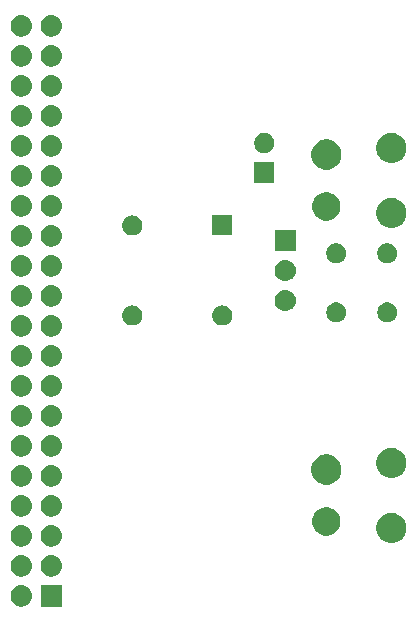
<source format=gbs>
G04 #@! TF.GenerationSoftware,KiCad,Pcbnew,(5.1.2)-2*
G04 #@! TF.CreationDate,2019-12-17T18:16:02+09:00*
G04 #@! TF.ProjectId,simplecodec3,73696d70-6c65-4636-9f64-6563332e6b69,rev?*
G04 #@! TF.SameCoordinates,Original*
G04 #@! TF.FileFunction,Soldermask,Bot*
G04 #@! TF.FilePolarity,Negative*
%FSLAX46Y46*%
G04 Gerber Fmt 4.6, Leading zero omitted, Abs format (unit mm)*
G04 Created by KiCad (PCBNEW (5.1.2)-2) date 2019-12-17 18:16:02*
%MOMM*%
%LPD*%
G04 APERTURE LIST*
%ADD10C,0.100000*%
G04 APERTURE END LIST*
D10*
G36*
X52336000Y-77736000D02*
G01*
X50534000Y-77736000D01*
X50534000Y-75934000D01*
X52336000Y-75934000D01*
X52336000Y-77736000D01*
X52336000Y-77736000D01*
G37*
G36*
X49005442Y-75940518D02*
G01*
X49071627Y-75947037D01*
X49241466Y-75998557D01*
X49397991Y-76082222D01*
X49433729Y-76111552D01*
X49535186Y-76194814D01*
X49618448Y-76296271D01*
X49647778Y-76332009D01*
X49731443Y-76488534D01*
X49782963Y-76658373D01*
X49800359Y-76835000D01*
X49782963Y-77011627D01*
X49731443Y-77181466D01*
X49647778Y-77337991D01*
X49618448Y-77373729D01*
X49535186Y-77475186D01*
X49433729Y-77558448D01*
X49397991Y-77587778D01*
X49241466Y-77671443D01*
X49071627Y-77722963D01*
X49005443Y-77729481D01*
X48939260Y-77736000D01*
X48850740Y-77736000D01*
X48784557Y-77729481D01*
X48718373Y-77722963D01*
X48548534Y-77671443D01*
X48392009Y-77587778D01*
X48356271Y-77558448D01*
X48254814Y-77475186D01*
X48171552Y-77373729D01*
X48142222Y-77337991D01*
X48058557Y-77181466D01*
X48007037Y-77011627D01*
X47989641Y-76835000D01*
X48007037Y-76658373D01*
X48058557Y-76488534D01*
X48142222Y-76332009D01*
X48171552Y-76296271D01*
X48254814Y-76194814D01*
X48356271Y-76111552D01*
X48392009Y-76082222D01*
X48548534Y-75998557D01*
X48718373Y-75947037D01*
X48784558Y-75940518D01*
X48850740Y-75934000D01*
X48939260Y-75934000D01*
X49005442Y-75940518D01*
X49005442Y-75940518D01*
G37*
G36*
X49005443Y-73400519D02*
G01*
X49071627Y-73407037D01*
X49241466Y-73458557D01*
X49397991Y-73542222D01*
X49433729Y-73571552D01*
X49535186Y-73654814D01*
X49618448Y-73756271D01*
X49647778Y-73792009D01*
X49731443Y-73948534D01*
X49782963Y-74118373D01*
X49800359Y-74295000D01*
X49782963Y-74471627D01*
X49731443Y-74641466D01*
X49647778Y-74797991D01*
X49618448Y-74833729D01*
X49535186Y-74935186D01*
X49433729Y-75018448D01*
X49397991Y-75047778D01*
X49241466Y-75131443D01*
X49071627Y-75182963D01*
X49005442Y-75189482D01*
X48939260Y-75196000D01*
X48850740Y-75196000D01*
X48784558Y-75189482D01*
X48718373Y-75182963D01*
X48548534Y-75131443D01*
X48392009Y-75047778D01*
X48356271Y-75018448D01*
X48254814Y-74935186D01*
X48171552Y-74833729D01*
X48142222Y-74797991D01*
X48058557Y-74641466D01*
X48007037Y-74471627D01*
X47989641Y-74295000D01*
X48007037Y-74118373D01*
X48058557Y-73948534D01*
X48142222Y-73792009D01*
X48171552Y-73756271D01*
X48254814Y-73654814D01*
X48356271Y-73571552D01*
X48392009Y-73542222D01*
X48548534Y-73458557D01*
X48718373Y-73407037D01*
X48784557Y-73400519D01*
X48850740Y-73394000D01*
X48939260Y-73394000D01*
X49005443Y-73400519D01*
X49005443Y-73400519D01*
G37*
G36*
X51545443Y-73400519D02*
G01*
X51611627Y-73407037D01*
X51781466Y-73458557D01*
X51937991Y-73542222D01*
X51973729Y-73571552D01*
X52075186Y-73654814D01*
X52158448Y-73756271D01*
X52187778Y-73792009D01*
X52271443Y-73948534D01*
X52322963Y-74118373D01*
X52340359Y-74295000D01*
X52322963Y-74471627D01*
X52271443Y-74641466D01*
X52187778Y-74797991D01*
X52158448Y-74833729D01*
X52075186Y-74935186D01*
X51973729Y-75018448D01*
X51937991Y-75047778D01*
X51781466Y-75131443D01*
X51611627Y-75182963D01*
X51545442Y-75189482D01*
X51479260Y-75196000D01*
X51390740Y-75196000D01*
X51324558Y-75189482D01*
X51258373Y-75182963D01*
X51088534Y-75131443D01*
X50932009Y-75047778D01*
X50896271Y-75018448D01*
X50794814Y-74935186D01*
X50711552Y-74833729D01*
X50682222Y-74797991D01*
X50598557Y-74641466D01*
X50547037Y-74471627D01*
X50529641Y-74295000D01*
X50547037Y-74118373D01*
X50598557Y-73948534D01*
X50682222Y-73792009D01*
X50711552Y-73756271D01*
X50794814Y-73654814D01*
X50896271Y-73571552D01*
X50932009Y-73542222D01*
X51088534Y-73458557D01*
X51258373Y-73407037D01*
X51324557Y-73400519D01*
X51390740Y-73394000D01*
X51479260Y-73394000D01*
X51545443Y-73400519D01*
X51545443Y-73400519D01*
G37*
G36*
X49005442Y-70860518D02*
G01*
X49071627Y-70867037D01*
X49241466Y-70918557D01*
X49397991Y-71002222D01*
X49433729Y-71031552D01*
X49535186Y-71114814D01*
X49618448Y-71216271D01*
X49647778Y-71252009D01*
X49731443Y-71408534D01*
X49782963Y-71578373D01*
X49800359Y-71755000D01*
X49782963Y-71931627D01*
X49731443Y-72101466D01*
X49647778Y-72257991D01*
X49618448Y-72293729D01*
X49535186Y-72395186D01*
X49433729Y-72478448D01*
X49397991Y-72507778D01*
X49241466Y-72591443D01*
X49071627Y-72642963D01*
X49005443Y-72649481D01*
X48939260Y-72656000D01*
X48850740Y-72656000D01*
X48784557Y-72649481D01*
X48718373Y-72642963D01*
X48548534Y-72591443D01*
X48392009Y-72507778D01*
X48356271Y-72478448D01*
X48254814Y-72395186D01*
X48171552Y-72293729D01*
X48142222Y-72257991D01*
X48058557Y-72101466D01*
X48007037Y-71931627D01*
X47989641Y-71755000D01*
X48007037Y-71578373D01*
X48058557Y-71408534D01*
X48142222Y-71252009D01*
X48171552Y-71216271D01*
X48254814Y-71114814D01*
X48356271Y-71031552D01*
X48392009Y-71002222D01*
X48548534Y-70918557D01*
X48718373Y-70867037D01*
X48784558Y-70860518D01*
X48850740Y-70854000D01*
X48939260Y-70854000D01*
X49005442Y-70860518D01*
X49005442Y-70860518D01*
G37*
G36*
X51545442Y-70860518D02*
G01*
X51611627Y-70867037D01*
X51781466Y-70918557D01*
X51937991Y-71002222D01*
X51973729Y-71031552D01*
X52075186Y-71114814D01*
X52158448Y-71216271D01*
X52187778Y-71252009D01*
X52271443Y-71408534D01*
X52322963Y-71578373D01*
X52340359Y-71755000D01*
X52322963Y-71931627D01*
X52271443Y-72101466D01*
X52187778Y-72257991D01*
X52158448Y-72293729D01*
X52075186Y-72395186D01*
X51973729Y-72478448D01*
X51937991Y-72507778D01*
X51781466Y-72591443D01*
X51611627Y-72642963D01*
X51545443Y-72649481D01*
X51479260Y-72656000D01*
X51390740Y-72656000D01*
X51324557Y-72649481D01*
X51258373Y-72642963D01*
X51088534Y-72591443D01*
X50932009Y-72507778D01*
X50896271Y-72478448D01*
X50794814Y-72395186D01*
X50711552Y-72293729D01*
X50682222Y-72257991D01*
X50598557Y-72101466D01*
X50547037Y-71931627D01*
X50529641Y-71755000D01*
X50547037Y-71578373D01*
X50598557Y-71408534D01*
X50682222Y-71252009D01*
X50711552Y-71216271D01*
X50794814Y-71114814D01*
X50896271Y-71031552D01*
X50932009Y-71002222D01*
X51088534Y-70918557D01*
X51258373Y-70867037D01*
X51324558Y-70860518D01*
X51390740Y-70854000D01*
X51479260Y-70854000D01*
X51545442Y-70860518D01*
X51545442Y-70860518D01*
G37*
G36*
X80597194Y-69849035D02*
G01*
X80693382Y-69888878D01*
X80829413Y-69945223D01*
X81038403Y-70084866D01*
X81216134Y-70262597D01*
X81355777Y-70471587D01*
X81412122Y-70607618D01*
X81451965Y-70703806D01*
X81501000Y-70950324D01*
X81501000Y-71201676D01*
X81451965Y-71448194D01*
X81412122Y-71544382D01*
X81355777Y-71680413D01*
X81216134Y-71889403D01*
X81038403Y-72067134D01*
X80829413Y-72206777D01*
X80705775Y-72257989D01*
X80597194Y-72302965D01*
X80350676Y-72352000D01*
X80099324Y-72352000D01*
X79852806Y-72302965D01*
X79744225Y-72257989D01*
X79620587Y-72206777D01*
X79411597Y-72067134D01*
X79233866Y-71889403D01*
X79094223Y-71680413D01*
X79037878Y-71544382D01*
X78998035Y-71448194D01*
X78949000Y-71201676D01*
X78949000Y-70950324D01*
X78998035Y-70703806D01*
X79037878Y-70607618D01*
X79094223Y-70471587D01*
X79233866Y-70262597D01*
X79411597Y-70084866D01*
X79620587Y-69945223D01*
X79756618Y-69888878D01*
X79852806Y-69849035D01*
X80099324Y-69800000D01*
X80350676Y-69800000D01*
X80597194Y-69849035D01*
X80597194Y-69849035D01*
G37*
G36*
X75075318Y-69371153D02*
G01*
X75293885Y-69461687D01*
X75293887Y-69461688D01*
X75490593Y-69593122D01*
X75657878Y-69760407D01*
X75781367Y-69945223D01*
X75789313Y-69957115D01*
X75879847Y-70175682D01*
X75926000Y-70407710D01*
X75926000Y-70644290D01*
X75879847Y-70876318D01*
X75789313Y-71094885D01*
X75789312Y-71094887D01*
X75657878Y-71291593D01*
X75490593Y-71458878D01*
X75293887Y-71590312D01*
X75293886Y-71590313D01*
X75293885Y-71590313D01*
X75075318Y-71680847D01*
X74843290Y-71727000D01*
X74606710Y-71727000D01*
X74374682Y-71680847D01*
X74156115Y-71590313D01*
X74156114Y-71590313D01*
X74156113Y-71590312D01*
X73959407Y-71458878D01*
X73792122Y-71291593D01*
X73660688Y-71094887D01*
X73660687Y-71094885D01*
X73570153Y-70876318D01*
X73524000Y-70644290D01*
X73524000Y-70407710D01*
X73570153Y-70175682D01*
X73660687Y-69957115D01*
X73668633Y-69945223D01*
X73792122Y-69760407D01*
X73959407Y-69593122D01*
X74156113Y-69461688D01*
X74156115Y-69461687D01*
X74374682Y-69371153D01*
X74606710Y-69325000D01*
X74843290Y-69325000D01*
X75075318Y-69371153D01*
X75075318Y-69371153D01*
G37*
G36*
X51545442Y-68320518D02*
G01*
X51611627Y-68327037D01*
X51781466Y-68378557D01*
X51937991Y-68462222D01*
X51973729Y-68491552D01*
X52075186Y-68574814D01*
X52158448Y-68676271D01*
X52187778Y-68712009D01*
X52271443Y-68868534D01*
X52322963Y-69038373D01*
X52340359Y-69215000D01*
X52322963Y-69391627D01*
X52271443Y-69561466D01*
X52187778Y-69717991D01*
X52158448Y-69753729D01*
X52075186Y-69855186D01*
X51973729Y-69938448D01*
X51937991Y-69967778D01*
X51781466Y-70051443D01*
X51611627Y-70102963D01*
X51545442Y-70109482D01*
X51479260Y-70116000D01*
X51390740Y-70116000D01*
X51324558Y-70109482D01*
X51258373Y-70102963D01*
X51088534Y-70051443D01*
X50932009Y-69967778D01*
X50896271Y-69938448D01*
X50794814Y-69855186D01*
X50711552Y-69753729D01*
X50682222Y-69717991D01*
X50598557Y-69561466D01*
X50547037Y-69391627D01*
X50529641Y-69215000D01*
X50547037Y-69038373D01*
X50598557Y-68868534D01*
X50682222Y-68712009D01*
X50711552Y-68676271D01*
X50794814Y-68574814D01*
X50896271Y-68491552D01*
X50932009Y-68462222D01*
X51088534Y-68378557D01*
X51258373Y-68327037D01*
X51324558Y-68320518D01*
X51390740Y-68314000D01*
X51479260Y-68314000D01*
X51545442Y-68320518D01*
X51545442Y-68320518D01*
G37*
G36*
X49005442Y-68320518D02*
G01*
X49071627Y-68327037D01*
X49241466Y-68378557D01*
X49397991Y-68462222D01*
X49433729Y-68491552D01*
X49535186Y-68574814D01*
X49618448Y-68676271D01*
X49647778Y-68712009D01*
X49731443Y-68868534D01*
X49782963Y-69038373D01*
X49800359Y-69215000D01*
X49782963Y-69391627D01*
X49731443Y-69561466D01*
X49647778Y-69717991D01*
X49618448Y-69753729D01*
X49535186Y-69855186D01*
X49433729Y-69938448D01*
X49397991Y-69967778D01*
X49241466Y-70051443D01*
X49071627Y-70102963D01*
X49005442Y-70109482D01*
X48939260Y-70116000D01*
X48850740Y-70116000D01*
X48784558Y-70109482D01*
X48718373Y-70102963D01*
X48548534Y-70051443D01*
X48392009Y-69967778D01*
X48356271Y-69938448D01*
X48254814Y-69855186D01*
X48171552Y-69753729D01*
X48142222Y-69717991D01*
X48058557Y-69561466D01*
X48007037Y-69391627D01*
X47989641Y-69215000D01*
X48007037Y-69038373D01*
X48058557Y-68868534D01*
X48142222Y-68712009D01*
X48171552Y-68676271D01*
X48254814Y-68574814D01*
X48356271Y-68491552D01*
X48392009Y-68462222D01*
X48548534Y-68378557D01*
X48718373Y-68327037D01*
X48784558Y-68320518D01*
X48850740Y-68314000D01*
X48939260Y-68314000D01*
X49005442Y-68320518D01*
X49005442Y-68320518D01*
G37*
G36*
X51545443Y-65780519D02*
G01*
X51611627Y-65787037D01*
X51781466Y-65838557D01*
X51937991Y-65922222D01*
X51969638Y-65948194D01*
X52075186Y-66034814D01*
X52158448Y-66136271D01*
X52187778Y-66172009D01*
X52271443Y-66328534D01*
X52322963Y-66498373D01*
X52340359Y-66675000D01*
X52322963Y-66851627D01*
X52271443Y-67021466D01*
X52187778Y-67177991D01*
X52158448Y-67213729D01*
X52075186Y-67315186D01*
X51973729Y-67398448D01*
X51937991Y-67427778D01*
X51781466Y-67511443D01*
X51611627Y-67562963D01*
X51545443Y-67569481D01*
X51479260Y-67576000D01*
X51390740Y-67576000D01*
X51324557Y-67569481D01*
X51258373Y-67562963D01*
X51088534Y-67511443D01*
X50932009Y-67427778D01*
X50896271Y-67398448D01*
X50794814Y-67315186D01*
X50711552Y-67213729D01*
X50682222Y-67177991D01*
X50598557Y-67021466D01*
X50547037Y-66851627D01*
X50529641Y-66675000D01*
X50547037Y-66498373D01*
X50598557Y-66328534D01*
X50682222Y-66172009D01*
X50711552Y-66136271D01*
X50794814Y-66034814D01*
X50900362Y-65948194D01*
X50932009Y-65922222D01*
X51088534Y-65838557D01*
X51258373Y-65787037D01*
X51324557Y-65780519D01*
X51390740Y-65774000D01*
X51479260Y-65774000D01*
X51545443Y-65780519D01*
X51545443Y-65780519D01*
G37*
G36*
X49005443Y-65780519D02*
G01*
X49071627Y-65787037D01*
X49241466Y-65838557D01*
X49397991Y-65922222D01*
X49429638Y-65948194D01*
X49535186Y-66034814D01*
X49618448Y-66136271D01*
X49647778Y-66172009D01*
X49731443Y-66328534D01*
X49782963Y-66498373D01*
X49800359Y-66675000D01*
X49782963Y-66851627D01*
X49731443Y-67021466D01*
X49647778Y-67177991D01*
X49618448Y-67213729D01*
X49535186Y-67315186D01*
X49433729Y-67398448D01*
X49397991Y-67427778D01*
X49241466Y-67511443D01*
X49071627Y-67562963D01*
X49005443Y-67569481D01*
X48939260Y-67576000D01*
X48850740Y-67576000D01*
X48784557Y-67569481D01*
X48718373Y-67562963D01*
X48548534Y-67511443D01*
X48392009Y-67427778D01*
X48356271Y-67398448D01*
X48254814Y-67315186D01*
X48171552Y-67213729D01*
X48142222Y-67177991D01*
X48058557Y-67021466D01*
X48007037Y-66851627D01*
X47989641Y-66675000D01*
X48007037Y-66498373D01*
X48058557Y-66328534D01*
X48142222Y-66172009D01*
X48171552Y-66136271D01*
X48254814Y-66034814D01*
X48360362Y-65948194D01*
X48392009Y-65922222D01*
X48548534Y-65838557D01*
X48718373Y-65787037D01*
X48784557Y-65780519D01*
X48850740Y-65774000D01*
X48939260Y-65774000D01*
X49005443Y-65780519D01*
X49005443Y-65780519D01*
G37*
G36*
X75097194Y-64899035D02*
G01*
X75193382Y-64938878D01*
X75329413Y-64995223D01*
X75538403Y-65134866D01*
X75716134Y-65312597D01*
X75855777Y-65521587D01*
X75912122Y-65657618D01*
X75951965Y-65753806D01*
X76001000Y-66000324D01*
X76001000Y-66251676D01*
X75951965Y-66498194D01*
X75923409Y-66567134D01*
X75855777Y-66730413D01*
X75716134Y-66939403D01*
X75538403Y-67117134D01*
X75329413Y-67256777D01*
X75193382Y-67313122D01*
X75097194Y-67352965D01*
X74850676Y-67402000D01*
X74599324Y-67402000D01*
X74352806Y-67352965D01*
X74256618Y-67313122D01*
X74120587Y-67256777D01*
X73911597Y-67117134D01*
X73733866Y-66939403D01*
X73594223Y-66730413D01*
X73526591Y-66567134D01*
X73498035Y-66498194D01*
X73449000Y-66251676D01*
X73449000Y-66000324D01*
X73498035Y-65753806D01*
X73537878Y-65657618D01*
X73594223Y-65521587D01*
X73733866Y-65312597D01*
X73911597Y-65134866D01*
X74120587Y-64995223D01*
X74256618Y-64938878D01*
X74352806Y-64899035D01*
X74599324Y-64850000D01*
X74850676Y-64850000D01*
X75097194Y-64899035D01*
X75097194Y-64899035D01*
G37*
G36*
X80597194Y-64349035D02*
G01*
X80693382Y-64388878D01*
X80829413Y-64445223D01*
X81038403Y-64584866D01*
X81216134Y-64762597D01*
X81355777Y-64971587D01*
X81412122Y-65107618D01*
X81451965Y-65203806D01*
X81501000Y-65450324D01*
X81501000Y-65701676D01*
X81451965Y-65948194D01*
X81416086Y-66034814D01*
X81355777Y-66180413D01*
X81216134Y-66389403D01*
X81038403Y-66567134D01*
X80829413Y-66706777D01*
X80693382Y-66763122D01*
X80597194Y-66802965D01*
X80350676Y-66852000D01*
X80099324Y-66852000D01*
X79852806Y-66802965D01*
X79756618Y-66763122D01*
X79620587Y-66706777D01*
X79411597Y-66567134D01*
X79233866Y-66389403D01*
X79094223Y-66180413D01*
X79033914Y-66034814D01*
X78998035Y-65948194D01*
X78949000Y-65701676D01*
X78949000Y-65450324D01*
X78998035Y-65203806D01*
X79037878Y-65107618D01*
X79094223Y-64971587D01*
X79233866Y-64762597D01*
X79411597Y-64584866D01*
X79620587Y-64445223D01*
X79756618Y-64388878D01*
X79852806Y-64349035D01*
X80099324Y-64300000D01*
X80350676Y-64300000D01*
X80597194Y-64349035D01*
X80597194Y-64349035D01*
G37*
G36*
X51545443Y-63240519D02*
G01*
X51611627Y-63247037D01*
X51781466Y-63298557D01*
X51937991Y-63382222D01*
X51973729Y-63411552D01*
X52075186Y-63494814D01*
X52158448Y-63596271D01*
X52187778Y-63632009D01*
X52271443Y-63788534D01*
X52322963Y-63958373D01*
X52340359Y-64135000D01*
X52322963Y-64311627D01*
X52271443Y-64481466D01*
X52187778Y-64637991D01*
X52158448Y-64673729D01*
X52075186Y-64775186D01*
X51973729Y-64858448D01*
X51937991Y-64887778D01*
X51781466Y-64971443D01*
X51611627Y-65022963D01*
X51545442Y-65029482D01*
X51479260Y-65036000D01*
X51390740Y-65036000D01*
X51324558Y-65029482D01*
X51258373Y-65022963D01*
X51088534Y-64971443D01*
X50932009Y-64887778D01*
X50896271Y-64858448D01*
X50794814Y-64775186D01*
X50711552Y-64673729D01*
X50682222Y-64637991D01*
X50598557Y-64481466D01*
X50547037Y-64311627D01*
X50529641Y-64135000D01*
X50547037Y-63958373D01*
X50598557Y-63788534D01*
X50682222Y-63632009D01*
X50711552Y-63596271D01*
X50794814Y-63494814D01*
X50896271Y-63411552D01*
X50932009Y-63382222D01*
X51088534Y-63298557D01*
X51258373Y-63247037D01*
X51324557Y-63240519D01*
X51390740Y-63234000D01*
X51479260Y-63234000D01*
X51545443Y-63240519D01*
X51545443Y-63240519D01*
G37*
G36*
X49005443Y-63240519D02*
G01*
X49071627Y-63247037D01*
X49241466Y-63298557D01*
X49397991Y-63382222D01*
X49433729Y-63411552D01*
X49535186Y-63494814D01*
X49618448Y-63596271D01*
X49647778Y-63632009D01*
X49731443Y-63788534D01*
X49782963Y-63958373D01*
X49800359Y-64135000D01*
X49782963Y-64311627D01*
X49731443Y-64481466D01*
X49647778Y-64637991D01*
X49618448Y-64673729D01*
X49535186Y-64775186D01*
X49433729Y-64858448D01*
X49397991Y-64887778D01*
X49241466Y-64971443D01*
X49071627Y-65022963D01*
X49005442Y-65029482D01*
X48939260Y-65036000D01*
X48850740Y-65036000D01*
X48784558Y-65029482D01*
X48718373Y-65022963D01*
X48548534Y-64971443D01*
X48392009Y-64887778D01*
X48356271Y-64858448D01*
X48254814Y-64775186D01*
X48171552Y-64673729D01*
X48142222Y-64637991D01*
X48058557Y-64481466D01*
X48007037Y-64311627D01*
X47989641Y-64135000D01*
X48007037Y-63958373D01*
X48058557Y-63788534D01*
X48142222Y-63632009D01*
X48171552Y-63596271D01*
X48254814Y-63494814D01*
X48356271Y-63411552D01*
X48392009Y-63382222D01*
X48548534Y-63298557D01*
X48718373Y-63247037D01*
X48784557Y-63240519D01*
X48850740Y-63234000D01*
X48939260Y-63234000D01*
X49005443Y-63240519D01*
X49005443Y-63240519D01*
G37*
G36*
X51545443Y-60700519D02*
G01*
X51611627Y-60707037D01*
X51781466Y-60758557D01*
X51937991Y-60842222D01*
X51973729Y-60871552D01*
X52075186Y-60954814D01*
X52158448Y-61056271D01*
X52187778Y-61092009D01*
X52271443Y-61248534D01*
X52322963Y-61418373D01*
X52340359Y-61595000D01*
X52322963Y-61771627D01*
X52271443Y-61941466D01*
X52187778Y-62097991D01*
X52158448Y-62133729D01*
X52075186Y-62235186D01*
X51973729Y-62318448D01*
X51937991Y-62347778D01*
X51781466Y-62431443D01*
X51611627Y-62482963D01*
X51545443Y-62489481D01*
X51479260Y-62496000D01*
X51390740Y-62496000D01*
X51324557Y-62489481D01*
X51258373Y-62482963D01*
X51088534Y-62431443D01*
X50932009Y-62347778D01*
X50896271Y-62318448D01*
X50794814Y-62235186D01*
X50711552Y-62133729D01*
X50682222Y-62097991D01*
X50598557Y-61941466D01*
X50547037Y-61771627D01*
X50529641Y-61595000D01*
X50547037Y-61418373D01*
X50598557Y-61248534D01*
X50682222Y-61092009D01*
X50711552Y-61056271D01*
X50794814Y-60954814D01*
X50896271Y-60871552D01*
X50932009Y-60842222D01*
X51088534Y-60758557D01*
X51258373Y-60707037D01*
X51324557Y-60700519D01*
X51390740Y-60694000D01*
X51479260Y-60694000D01*
X51545443Y-60700519D01*
X51545443Y-60700519D01*
G37*
G36*
X49005443Y-60700519D02*
G01*
X49071627Y-60707037D01*
X49241466Y-60758557D01*
X49397991Y-60842222D01*
X49433729Y-60871552D01*
X49535186Y-60954814D01*
X49618448Y-61056271D01*
X49647778Y-61092009D01*
X49731443Y-61248534D01*
X49782963Y-61418373D01*
X49800359Y-61595000D01*
X49782963Y-61771627D01*
X49731443Y-61941466D01*
X49647778Y-62097991D01*
X49618448Y-62133729D01*
X49535186Y-62235186D01*
X49433729Y-62318448D01*
X49397991Y-62347778D01*
X49241466Y-62431443D01*
X49071627Y-62482963D01*
X49005443Y-62489481D01*
X48939260Y-62496000D01*
X48850740Y-62496000D01*
X48784557Y-62489481D01*
X48718373Y-62482963D01*
X48548534Y-62431443D01*
X48392009Y-62347778D01*
X48356271Y-62318448D01*
X48254814Y-62235186D01*
X48171552Y-62133729D01*
X48142222Y-62097991D01*
X48058557Y-61941466D01*
X48007037Y-61771627D01*
X47989641Y-61595000D01*
X48007037Y-61418373D01*
X48058557Y-61248534D01*
X48142222Y-61092009D01*
X48171552Y-61056271D01*
X48254814Y-60954814D01*
X48356271Y-60871552D01*
X48392009Y-60842222D01*
X48548534Y-60758557D01*
X48718373Y-60707037D01*
X48784557Y-60700519D01*
X48850740Y-60694000D01*
X48939260Y-60694000D01*
X49005443Y-60700519D01*
X49005443Y-60700519D01*
G37*
G36*
X51545442Y-58160518D02*
G01*
X51611627Y-58167037D01*
X51781466Y-58218557D01*
X51937991Y-58302222D01*
X51973729Y-58331552D01*
X52075186Y-58414814D01*
X52158448Y-58516271D01*
X52187778Y-58552009D01*
X52271443Y-58708534D01*
X52322963Y-58878373D01*
X52340359Y-59055000D01*
X52322963Y-59231627D01*
X52271443Y-59401466D01*
X52187778Y-59557991D01*
X52158448Y-59593729D01*
X52075186Y-59695186D01*
X51973729Y-59778448D01*
X51937991Y-59807778D01*
X51781466Y-59891443D01*
X51611627Y-59942963D01*
X51545442Y-59949482D01*
X51479260Y-59956000D01*
X51390740Y-59956000D01*
X51324558Y-59949482D01*
X51258373Y-59942963D01*
X51088534Y-59891443D01*
X50932009Y-59807778D01*
X50896271Y-59778448D01*
X50794814Y-59695186D01*
X50711552Y-59593729D01*
X50682222Y-59557991D01*
X50598557Y-59401466D01*
X50547037Y-59231627D01*
X50529641Y-59055000D01*
X50547037Y-58878373D01*
X50598557Y-58708534D01*
X50682222Y-58552009D01*
X50711552Y-58516271D01*
X50794814Y-58414814D01*
X50896271Y-58331552D01*
X50932009Y-58302222D01*
X51088534Y-58218557D01*
X51258373Y-58167037D01*
X51324558Y-58160518D01*
X51390740Y-58154000D01*
X51479260Y-58154000D01*
X51545442Y-58160518D01*
X51545442Y-58160518D01*
G37*
G36*
X49005442Y-58160518D02*
G01*
X49071627Y-58167037D01*
X49241466Y-58218557D01*
X49397991Y-58302222D01*
X49433729Y-58331552D01*
X49535186Y-58414814D01*
X49618448Y-58516271D01*
X49647778Y-58552009D01*
X49731443Y-58708534D01*
X49782963Y-58878373D01*
X49800359Y-59055000D01*
X49782963Y-59231627D01*
X49731443Y-59401466D01*
X49647778Y-59557991D01*
X49618448Y-59593729D01*
X49535186Y-59695186D01*
X49433729Y-59778448D01*
X49397991Y-59807778D01*
X49241466Y-59891443D01*
X49071627Y-59942963D01*
X49005442Y-59949482D01*
X48939260Y-59956000D01*
X48850740Y-59956000D01*
X48784558Y-59949482D01*
X48718373Y-59942963D01*
X48548534Y-59891443D01*
X48392009Y-59807778D01*
X48356271Y-59778448D01*
X48254814Y-59695186D01*
X48171552Y-59593729D01*
X48142222Y-59557991D01*
X48058557Y-59401466D01*
X48007037Y-59231627D01*
X47989641Y-59055000D01*
X48007037Y-58878373D01*
X48058557Y-58708534D01*
X48142222Y-58552009D01*
X48171552Y-58516271D01*
X48254814Y-58414814D01*
X48356271Y-58331552D01*
X48392009Y-58302222D01*
X48548534Y-58218557D01*
X48718373Y-58167037D01*
X48784558Y-58160518D01*
X48850740Y-58154000D01*
X48939260Y-58154000D01*
X49005442Y-58160518D01*
X49005442Y-58160518D01*
G37*
G36*
X51545443Y-55620519D02*
G01*
X51611627Y-55627037D01*
X51781466Y-55678557D01*
X51937991Y-55762222D01*
X51973729Y-55791552D01*
X52075186Y-55874814D01*
X52158448Y-55976271D01*
X52187778Y-56012009D01*
X52271443Y-56168534D01*
X52322963Y-56338373D01*
X52340359Y-56515000D01*
X52322963Y-56691627D01*
X52271443Y-56861466D01*
X52187778Y-57017991D01*
X52158448Y-57053729D01*
X52075186Y-57155186D01*
X51973729Y-57238448D01*
X51937991Y-57267778D01*
X51781466Y-57351443D01*
X51611627Y-57402963D01*
X51545443Y-57409481D01*
X51479260Y-57416000D01*
X51390740Y-57416000D01*
X51324557Y-57409481D01*
X51258373Y-57402963D01*
X51088534Y-57351443D01*
X50932009Y-57267778D01*
X50896271Y-57238448D01*
X50794814Y-57155186D01*
X50711552Y-57053729D01*
X50682222Y-57017991D01*
X50598557Y-56861466D01*
X50547037Y-56691627D01*
X50529641Y-56515000D01*
X50547037Y-56338373D01*
X50598557Y-56168534D01*
X50682222Y-56012009D01*
X50711552Y-55976271D01*
X50794814Y-55874814D01*
X50896271Y-55791552D01*
X50932009Y-55762222D01*
X51088534Y-55678557D01*
X51258373Y-55627037D01*
X51324557Y-55620519D01*
X51390740Y-55614000D01*
X51479260Y-55614000D01*
X51545443Y-55620519D01*
X51545443Y-55620519D01*
G37*
G36*
X49005443Y-55620519D02*
G01*
X49071627Y-55627037D01*
X49241466Y-55678557D01*
X49397991Y-55762222D01*
X49433729Y-55791552D01*
X49535186Y-55874814D01*
X49618448Y-55976271D01*
X49647778Y-56012009D01*
X49731443Y-56168534D01*
X49782963Y-56338373D01*
X49800359Y-56515000D01*
X49782963Y-56691627D01*
X49731443Y-56861466D01*
X49647778Y-57017991D01*
X49618448Y-57053729D01*
X49535186Y-57155186D01*
X49433729Y-57238448D01*
X49397991Y-57267778D01*
X49241466Y-57351443D01*
X49071627Y-57402963D01*
X49005443Y-57409481D01*
X48939260Y-57416000D01*
X48850740Y-57416000D01*
X48784557Y-57409481D01*
X48718373Y-57402963D01*
X48548534Y-57351443D01*
X48392009Y-57267778D01*
X48356271Y-57238448D01*
X48254814Y-57155186D01*
X48171552Y-57053729D01*
X48142222Y-57017991D01*
X48058557Y-56861466D01*
X48007037Y-56691627D01*
X47989641Y-56515000D01*
X48007037Y-56338373D01*
X48058557Y-56168534D01*
X48142222Y-56012009D01*
X48171552Y-55976271D01*
X48254814Y-55874814D01*
X48356271Y-55791552D01*
X48392009Y-55762222D01*
X48548534Y-55678557D01*
X48718373Y-55627037D01*
X48784557Y-55620519D01*
X48850740Y-55614000D01*
X48939260Y-55614000D01*
X49005443Y-55620519D01*
X49005443Y-55620519D01*
G37*
G36*
X51542493Y-53080228D02*
G01*
X51611627Y-53087037D01*
X51781466Y-53138557D01*
X51937991Y-53222222D01*
X51973729Y-53251552D01*
X52075186Y-53334814D01*
X52139549Y-53413242D01*
X52187778Y-53472009D01*
X52271443Y-53628534D01*
X52322963Y-53798373D01*
X52340359Y-53975000D01*
X52322963Y-54151627D01*
X52271443Y-54321466D01*
X52187778Y-54477991D01*
X52158448Y-54513729D01*
X52075186Y-54615186D01*
X51973729Y-54698448D01*
X51937991Y-54727778D01*
X51781466Y-54811443D01*
X51611627Y-54862963D01*
X51545443Y-54869481D01*
X51479260Y-54876000D01*
X51390740Y-54876000D01*
X51324557Y-54869481D01*
X51258373Y-54862963D01*
X51088534Y-54811443D01*
X50932009Y-54727778D01*
X50896271Y-54698448D01*
X50794814Y-54615186D01*
X50711552Y-54513729D01*
X50682222Y-54477991D01*
X50598557Y-54321466D01*
X50547037Y-54151627D01*
X50529641Y-53975000D01*
X50547037Y-53798373D01*
X50598557Y-53628534D01*
X50682222Y-53472009D01*
X50730451Y-53413242D01*
X50794814Y-53334814D01*
X50896271Y-53251552D01*
X50932009Y-53222222D01*
X51088534Y-53138557D01*
X51258373Y-53087037D01*
X51327507Y-53080228D01*
X51390740Y-53074000D01*
X51479260Y-53074000D01*
X51542493Y-53080228D01*
X51542493Y-53080228D01*
G37*
G36*
X49002493Y-53080228D02*
G01*
X49071627Y-53087037D01*
X49241466Y-53138557D01*
X49397991Y-53222222D01*
X49433729Y-53251552D01*
X49535186Y-53334814D01*
X49599549Y-53413242D01*
X49647778Y-53472009D01*
X49731443Y-53628534D01*
X49782963Y-53798373D01*
X49800359Y-53975000D01*
X49782963Y-54151627D01*
X49731443Y-54321466D01*
X49647778Y-54477991D01*
X49618448Y-54513729D01*
X49535186Y-54615186D01*
X49433729Y-54698448D01*
X49397991Y-54727778D01*
X49241466Y-54811443D01*
X49071627Y-54862963D01*
X49005443Y-54869481D01*
X48939260Y-54876000D01*
X48850740Y-54876000D01*
X48784557Y-54869481D01*
X48718373Y-54862963D01*
X48548534Y-54811443D01*
X48392009Y-54727778D01*
X48356271Y-54698448D01*
X48254814Y-54615186D01*
X48171552Y-54513729D01*
X48142222Y-54477991D01*
X48058557Y-54321466D01*
X48007037Y-54151627D01*
X47989641Y-53975000D01*
X48007037Y-53798373D01*
X48058557Y-53628534D01*
X48142222Y-53472009D01*
X48190451Y-53413242D01*
X48254814Y-53334814D01*
X48356271Y-53251552D01*
X48392009Y-53222222D01*
X48548534Y-53138557D01*
X48718373Y-53087037D01*
X48787507Y-53080228D01*
X48850740Y-53074000D01*
X48939260Y-53074000D01*
X49002493Y-53080228D01*
X49002493Y-53080228D01*
G37*
G36*
X58459823Y-52247313D02*
G01*
X58620242Y-52295976D01*
X58752906Y-52366886D01*
X58768078Y-52374996D01*
X58897659Y-52481341D01*
X59004004Y-52610922D01*
X59004005Y-52610924D01*
X59083024Y-52758758D01*
X59131687Y-52919177D01*
X59148117Y-53086000D01*
X59131687Y-53252823D01*
X59083024Y-53413242D01*
X59051612Y-53472009D01*
X59004004Y-53561078D01*
X58897659Y-53690659D01*
X58768078Y-53797004D01*
X58768076Y-53797005D01*
X58620242Y-53876024D01*
X58459823Y-53924687D01*
X58334804Y-53937000D01*
X58251196Y-53937000D01*
X58126177Y-53924687D01*
X57965758Y-53876024D01*
X57817924Y-53797005D01*
X57817922Y-53797004D01*
X57688341Y-53690659D01*
X57581996Y-53561078D01*
X57534388Y-53472009D01*
X57502976Y-53413242D01*
X57454313Y-53252823D01*
X57437883Y-53086000D01*
X57454313Y-52919177D01*
X57502976Y-52758758D01*
X57581995Y-52610924D01*
X57581996Y-52610922D01*
X57688341Y-52481341D01*
X57817922Y-52374996D01*
X57833094Y-52366886D01*
X57965758Y-52295976D01*
X58126177Y-52247313D01*
X58251196Y-52235000D01*
X58334804Y-52235000D01*
X58459823Y-52247313D01*
X58459823Y-52247313D01*
G37*
G36*
X66079823Y-52247313D02*
G01*
X66240242Y-52295976D01*
X66372906Y-52366886D01*
X66388078Y-52374996D01*
X66517659Y-52481341D01*
X66624004Y-52610922D01*
X66624005Y-52610924D01*
X66703024Y-52758758D01*
X66751687Y-52919177D01*
X66768117Y-53086000D01*
X66751687Y-53252823D01*
X66703024Y-53413242D01*
X66671612Y-53472009D01*
X66624004Y-53561078D01*
X66517659Y-53690659D01*
X66388078Y-53797004D01*
X66388076Y-53797005D01*
X66240242Y-53876024D01*
X66079823Y-53924687D01*
X65954804Y-53937000D01*
X65871196Y-53937000D01*
X65746177Y-53924687D01*
X65585758Y-53876024D01*
X65437924Y-53797005D01*
X65437922Y-53797004D01*
X65308341Y-53690659D01*
X65201996Y-53561078D01*
X65154388Y-53472009D01*
X65122976Y-53413242D01*
X65074313Y-53252823D01*
X65057883Y-53086000D01*
X65074313Y-52919177D01*
X65122976Y-52758758D01*
X65201995Y-52610924D01*
X65201996Y-52610922D01*
X65308341Y-52481341D01*
X65437922Y-52374996D01*
X65453094Y-52366886D01*
X65585758Y-52295976D01*
X65746177Y-52247313D01*
X65871196Y-52235000D01*
X65954804Y-52235000D01*
X66079823Y-52247313D01*
X66079823Y-52247313D01*
G37*
G36*
X80131228Y-52013703D02*
G01*
X80286100Y-52077853D01*
X80425481Y-52170985D01*
X80544015Y-52289519D01*
X80637147Y-52428900D01*
X80701297Y-52583772D01*
X80734000Y-52748184D01*
X80734000Y-52915816D01*
X80701297Y-53080228D01*
X80637147Y-53235100D01*
X80544015Y-53374481D01*
X80425481Y-53493015D01*
X80286100Y-53586147D01*
X80131228Y-53650297D01*
X79966816Y-53683000D01*
X79799184Y-53683000D01*
X79634772Y-53650297D01*
X79479900Y-53586147D01*
X79340519Y-53493015D01*
X79221985Y-53374481D01*
X79128853Y-53235100D01*
X79064703Y-53080228D01*
X79032000Y-52915816D01*
X79032000Y-52748184D01*
X79064703Y-52583772D01*
X79128853Y-52428900D01*
X79221985Y-52289519D01*
X79340519Y-52170985D01*
X79479900Y-52077853D01*
X79634772Y-52013703D01*
X79799184Y-51981000D01*
X79966816Y-51981000D01*
X80131228Y-52013703D01*
X80131228Y-52013703D01*
G37*
G36*
X75813228Y-52013703D02*
G01*
X75968100Y-52077853D01*
X76107481Y-52170985D01*
X76226015Y-52289519D01*
X76319147Y-52428900D01*
X76383297Y-52583772D01*
X76416000Y-52748184D01*
X76416000Y-52915816D01*
X76383297Y-53080228D01*
X76319147Y-53235100D01*
X76226015Y-53374481D01*
X76107481Y-53493015D01*
X75968100Y-53586147D01*
X75813228Y-53650297D01*
X75648816Y-53683000D01*
X75481184Y-53683000D01*
X75316772Y-53650297D01*
X75161900Y-53586147D01*
X75022519Y-53493015D01*
X74903985Y-53374481D01*
X74810853Y-53235100D01*
X74746703Y-53080228D01*
X74714000Y-52915816D01*
X74714000Y-52748184D01*
X74746703Y-52583772D01*
X74810853Y-52428900D01*
X74903985Y-52289519D01*
X75022519Y-52170985D01*
X75161900Y-52077853D01*
X75316772Y-52013703D01*
X75481184Y-51981000D01*
X75648816Y-51981000D01*
X75813228Y-52013703D01*
X75813228Y-52013703D01*
G37*
G36*
X71357443Y-50921519D02*
G01*
X71423627Y-50928037D01*
X71593466Y-50979557D01*
X71749991Y-51063222D01*
X71785729Y-51092552D01*
X71887186Y-51175814D01*
X71954939Y-51258373D01*
X71999778Y-51313009D01*
X72083443Y-51469534D01*
X72134963Y-51639373D01*
X72152359Y-51816000D01*
X72134963Y-51992627D01*
X72109919Y-52075185D01*
X72083442Y-52162468D01*
X72069913Y-52187778D01*
X71999778Y-52318991D01*
X71996518Y-52322963D01*
X71887186Y-52456186D01*
X71785729Y-52539448D01*
X71749991Y-52568778D01*
X71593466Y-52652443D01*
X71423627Y-52703963D01*
X71357443Y-52710481D01*
X71291260Y-52717000D01*
X71202740Y-52717000D01*
X71136558Y-52710482D01*
X71070373Y-52703963D01*
X70900534Y-52652443D01*
X70744009Y-52568778D01*
X70708271Y-52539448D01*
X70606814Y-52456186D01*
X70497482Y-52322963D01*
X70494222Y-52318991D01*
X70424087Y-52187778D01*
X70410558Y-52162468D01*
X70384081Y-52075185D01*
X70359037Y-51992627D01*
X70341641Y-51816000D01*
X70359037Y-51639373D01*
X70410557Y-51469534D01*
X70494222Y-51313009D01*
X70539061Y-51258373D01*
X70606814Y-51175814D01*
X70708271Y-51092552D01*
X70744009Y-51063222D01*
X70900534Y-50979557D01*
X71070373Y-50928037D01*
X71136557Y-50921519D01*
X71202740Y-50915000D01*
X71291260Y-50915000D01*
X71357443Y-50921519D01*
X71357443Y-50921519D01*
G37*
G36*
X51545442Y-50540518D02*
G01*
X51611627Y-50547037D01*
X51781466Y-50598557D01*
X51937991Y-50682222D01*
X51973729Y-50711552D01*
X52075186Y-50794814D01*
X52158448Y-50896271D01*
X52187778Y-50932009D01*
X52271443Y-51088534D01*
X52322963Y-51258373D01*
X52340359Y-51435000D01*
X52322963Y-51611627D01*
X52271443Y-51781466D01*
X52187778Y-51937991D01*
X52158448Y-51973729D01*
X52075186Y-52075186D01*
X51973729Y-52158448D01*
X51937991Y-52187778D01*
X51781466Y-52271443D01*
X51611627Y-52322963D01*
X51545443Y-52329481D01*
X51479260Y-52336000D01*
X51390740Y-52336000D01*
X51324558Y-52329482D01*
X51258373Y-52322963D01*
X51088534Y-52271443D01*
X50932009Y-52187778D01*
X50896271Y-52158448D01*
X50794814Y-52075186D01*
X50711552Y-51973729D01*
X50682222Y-51937991D01*
X50598557Y-51781466D01*
X50547037Y-51611627D01*
X50529641Y-51435000D01*
X50547037Y-51258373D01*
X50598557Y-51088534D01*
X50682222Y-50932009D01*
X50711552Y-50896271D01*
X50794814Y-50794814D01*
X50896271Y-50711552D01*
X50932009Y-50682222D01*
X51088534Y-50598557D01*
X51258373Y-50547037D01*
X51324558Y-50540518D01*
X51390740Y-50534000D01*
X51479260Y-50534000D01*
X51545442Y-50540518D01*
X51545442Y-50540518D01*
G37*
G36*
X49005442Y-50540518D02*
G01*
X49071627Y-50547037D01*
X49241466Y-50598557D01*
X49397991Y-50682222D01*
X49433729Y-50711552D01*
X49535186Y-50794814D01*
X49618448Y-50896271D01*
X49647778Y-50932009D01*
X49731443Y-51088534D01*
X49782963Y-51258373D01*
X49800359Y-51435000D01*
X49782963Y-51611627D01*
X49731443Y-51781466D01*
X49647778Y-51937991D01*
X49618448Y-51973729D01*
X49535186Y-52075186D01*
X49433729Y-52158448D01*
X49397991Y-52187778D01*
X49241466Y-52271443D01*
X49071627Y-52322963D01*
X49005443Y-52329481D01*
X48939260Y-52336000D01*
X48850740Y-52336000D01*
X48784558Y-52329482D01*
X48718373Y-52322963D01*
X48548534Y-52271443D01*
X48392009Y-52187778D01*
X48356271Y-52158448D01*
X48254814Y-52075186D01*
X48171552Y-51973729D01*
X48142222Y-51937991D01*
X48058557Y-51781466D01*
X48007037Y-51611627D01*
X47989641Y-51435000D01*
X48007037Y-51258373D01*
X48058557Y-51088534D01*
X48142222Y-50932009D01*
X48171552Y-50896271D01*
X48254814Y-50794814D01*
X48356271Y-50711552D01*
X48392009Y-50682222D01*
X48548534Y-50598557D01*
X48718373Y-50547037D01*
X48784558Y-50540518D01*
X48850740Y-50534000D01*
X48939260Y-50534000D01*
X49005442Y-50540518D01*
X49005442Y-50540518D01*
G37*
G36*
X71357442Y-48381518D02*
G01*
X71423627Y-48388037D01*
X71593466Y-48439557D01*
X71749991Y-48523222D01*
X71785729Y-48552552D01*
X71887186Y-48635814D01*
X71954939Y-48718373D01*
X71999778Y-48773009D01*
X72083443Y-48929534D01*
X72134963Y-49099373D01*
X72152359Y-49276000D01*
X72134963Y-49452627D01*
X72083443Y-49622466D01*
X71999778Y-49778991D01*
X71996518Y-49782963D01*
X71887186Y-49916186D01*
X71785729Y-49999448D01*
X71749991Y-50028778D01*
X71593466Y-50112443D01*
X71423627Y-50163963D01*
X71357443Y-50170481D01*
X71291260Y-50177000D01*
X71202740Y-50177000D01*
X71136557Y-50170481D01*
X71070373Y-50163963D01*
X70900534Y-50112443D01*
X70744009Y-50028778D01*
X70708271Y-49999448D01*
X70606814Y-49916186D01*
X70497482Y-49782963D01*
X70494222Y-49778991D01*
X70410557Y-49622466D01*
X70359037Y-49452627D01*
X70341641Y-49276000D01*
X70359037Y-49099373D01*
X70410557Y-48929534D01*
X70494222Y-48773009D01*
X70539061Y-48718373D01*
X70606814Y-48635814D01*
X70708271Y-48552552D01*
X70744009Y-48523222D01*
X70900534Y-48439557D01*
X71070373Y-48388037D01*
X71136558Y-48381518D01*
X71202740Y-48375000D01*
X71291260Y-48375000D01*
X71357442Y-48381518D01*
X71357442Y-48381518D01*
G37*
G36*
X49005442Y-48000518D02*
G01*
X49071627Y-48007037D01*
X49241466Y-48058557D01*
X49397991Y-48142222D01*
X49433729Y-48171552D01*
X49535186Y-48254814D01*
X49618448Y-48356271D01*
X49647778Y-48392009D01*
X49731443Y-48548534D01*
X49782963Y-48718373D01*
X49800359Y-48895000D01*
X49782963Y-49071627D01*
X49731443Y-49241466D01*
X49647778Y-49397991D01*
X49618448Y-49433729D01*
X49535186Y-49535186D01*
X49433729Y-49618448D01*
X49397991Y-49647778D01*
X49241466Y-49731443D01*
X49071627Y-49782963D01*
X49005443Y-49789481D01*
X48939260Y-49796000D01*
X48850740Y-49796000D01*
X48784557Y-49789481D01*
X48718373Y-49782963D01*
X48548534Y-49731443D01*
X48392009Y-49647778D01*
X48356271Y-49618448D01*
X48254814Y-49535186D01*
X48171552Y-49433729D01*
X48142222Y-49397991D01*
X48058557Y-49241466D01*
X48007037Y-49071627D01*
X47989641Y-48895000D01*
X48007037Y-48718373D01*
X48058557Y-48548534D01*
X48142222Y-48392009D01*
X48171552Y-48356271D01*
X48254814Y-48254814D01*
X48356271Y-48171552D01*
X48392009Y-48142222D01*
X48548534Y-48058557D01*
X48718373Y-48007037D01*
X48784558Y-48000518D01*
X48850740Y-47994000D01*
X48939260Y-47994000D01*
X49005442Y-48000518D01*
X49005442Y-48000518D01*
G37*
G36*
X51545442Y-48000518D02*
G01*
X51611627Y-48007037D01*
X51781466Y-48058557D01*
X51937991Y-48142222D01*
X51973729Y-48171552D01*
X52075186Y-48254814D01*
X52158448Y-48356271D01*
X52187778Y-48392009D01*
X52271443Y-48548534D01*
X52322963Y-48718373D01*
X52340359Y-48895000D01*
X52322963Y-49071627D01*
X52271443Y-49241466D01*
X52187778Y-49397991D01*
X52158448Y-49433729D01*
X52075186Y-49535186D01*
X51973729Y-49618448D01*
X51937991Y-49647778D01*
X51781466Y-49731443D01*
X51611627Y-49782963D01*
X51545443Y-49789481D01*
X51479260Y-49796000D01*
X51390740Y-49796000D01*
X51324557Y-49789481D01*
X51258373Y-49782963D01*
X51088534Y-49731443D01*
X50932009Y-49647778D01*
X50896271Y-49618448D01*
X50794814Y-49535186D01*
X50711552Y-49433729D01*
X50682222Y-49397991D01*
X50598557Y-49241466D01*
X50547037Y-49071627D01*
X50529641Y-48895000D01*
X50547037Y-48718373D01*
X50598557Y-48548534D01*
X50682222Y-48392009D01*
X50711552Y-48356271D01*
X50794814Y-48254814D01*
X50896271Y-48171552D01*
X50932009Y-48142222D01*
X51088534Y-48058557D01*
X51258373Y-48007037D01*
X51324557Y-48000519D01*
X51390740Y-47994000D01*
X51479260Y-47994000D01*
X51545442Y-48000518D01*
X51545442Y-48000518D01*
G37*
G36*
X80131228Y-47013703D02*
G01*
X80286100Y-47077853D01*
X80425481Y-47170985D01*
X80544015Y-47289519D01*
X80637147Y-47428900D01*
X80701297Y-47583772D01*
X80734000Y-47748184D01*
X80734000Y-47915816D01*
X80701297Y-48080228D01*
X80637147Y-48235100D01*
X80544015Y-48374481D01*
X80425481Y-48493015D01*
X80286100Y-48586147D01*
X80131228Y-48650297D01*
X79966816Y-48683000D01*
X79799184Y-48683000D01*
X79634772Y-48650297D01*
X79479900Y-48586147D01*
X79340519Y-48493015D01*
X79221985Y-48374481D01*
X79128853Y-48235100D01*
X79064703Y-48080228D01*
X79032000Y-47915816D01*
X79032000Y-47748184D01*
X79064703Y-47583772D01*
X79128853Y-47428900D01*
X79221985Y-47289519D01*
X79340519Y-47170985D01*
X79479900Y-47077853D01*
X79634772Y-47013703D01*
X79799184Y-46981000D01*
X79966816Y-46981000D01*
X80131228Y-47013703D01*
X80131228Y-47013703D01*
G37*
G36*
X75813228Y-47013703D02*
G01*
X75968100Y-47077853D01*
X76107481Y-47170985D01*
X76226015Y-47289519D01*
X76319147Y-47428900D01*
X76383297Y-47583772D01*
X76416000Y-47748184D01*
X76416000Y-47915816D01*
X76383297Y-48080228D01*
X76319147Y-48235100D01*
X76226015Y-48374481D01*
X76107481Y-48493015D01*
X75968100Y-48586147D01*
X75813228Y-48650297D01*
X75648816Y-48683000D01*
X75481184Y-48683000D01*
X75316772Y-48650297D01*
X75161900Y-48586147D01*
X75022519Y-48493015D01*
X74903985Y-48374481D01*
X74810853Y-48235100D01*
X74746703Y-48080228D01*
X74714000Y-47915816D01*
X74714000Y-47748184D01*
X74746703Y-47583772D01*
X74810853Y-47428900D01*
X74903985Y-47289519D01*
X75022519Y-47170985D01*
X75161900Y-47077853D01*
X75316772Y-47013703D01*
X75481184Y-46981000D01*
X75648816Y-46981000D01*
X75813228Y-47013703D01*
X75813228Y-47013703D01*
G37*
G36*
X72148000Y-47637000D02*
G01*
X70346000Y-47637000D01*
X70346000Y-45835000D01*
X72148000Y-45835000D01*
X72148000Y-47637000D01*
X72148000Y-47637000D01*
G37*
G36*
X49005443Y-45460519D02*
G01*
X49071627Y-45467037D01*
X49241466Y-45518557D01*
X49397991Y-45602222D01*
X49433729Y-45631552D01*
X49535186Y-45714814D01*
X49599549Y-45793242D01*
X49647778Y-45852009D01*
X49731443Y-46008534D01*
X49782963Y-46178373D01*
X49800359Y-46355000D01*
X49782963Y-46531627D01*
X49731443Y-46701466D01*
X49647778Y-46857991D01*
X49618448Y-46893729D01*
X49535186Y-46995186D01*
X49434456Y-47077852D01*
X49397991Y-47107778D01*
X49241466Y-47191443D01*
X49071627Y-47242963D01*
X49005442Y-47249482D01*
X48939260Y-47256000D01*
X48850740Y-47256000D01*
X48784558Y-47249482D01*
X48718373Y-47242963D01*
X48548534Y-47191443D01*
X48392009Y-47107778D01*
X48355544Y-47077852D01*
X48254814Y-46995186D01*
X48171552Y-46893729D01*
X48142222Y-46857991D01*
X48058557Y-46701466D01*
X48007037Y-46531627D01*
X47989641Y-46355000D01*
X48007037Y-46178373D01*
X48058557Y-46008534D01*
X48142222Y-45852009D01*
X48190451Y-45793242D01*
X48254814Y-45714814D01*
X48356271Y-45631552D01*
X48392009Y-45602222D01*
X48548534Y-45518557D01*
X48718373Y-45467037D01*
X48784557Y-45460519D01*
X48850740Y-45454000D01*
X48939260Y-45454000D01*
X49005443Y-45460519D01*
X49005443Y-45460519D01*
G37*
G36*
X51545443Y-45460519D02*
G01*
X51611627Y-45467037D01*
X51781466Y-45518557D01*
X51937991Y-45602222D01*
X51973729Y-45631552D01*
X52075186Y-45714814D01*
X52139549Y-45793242D01*
X52187778Y-45852009D01*
X52271443Y-46008534D01*
X52322963Y-46178373D01*
X52340359Y-46355000D01*
X52322963Y-46531627D01*
X52271443Y-46701466D01*
X52187778Y-46857991D01*
X52158448Y-46893729D01*
X52075186Y-46995186D01*
X51974456Y-47077852D01*
X51937991Y-47107778D01*
X51781466Y-47191443D01*
X51611627Y-47242963D01*
X51545442Y-47249482D01*
X51479260Y-47256000D01*
X51390740Y-47256000D01*
X51324558Y-47249482D01*
X51258373Y-47242963D01*
X51088534Y-47191443D01*
X50932009Y-47107778D01*
X50895544Y-47077852D01*
X50794814Y-46995186D01*
X50711552Y-46893729D01*
X50682222Y-46857991D01*
X50598557Y-46701466D01*
X50547037Y-46531627D01*
X50529641Y-46355000D01*
X50547037Y-46178373D01*
X50598557Y-46008534D01*
X50682222Y-45852009D01*
X50730451Y-45793242D01*
X50794814Y-45714814D01*
X50896271Y-45631552D01*
X50932009Y-45602222D01*
X51088534Y-45518557D01*
X51258373Y-45467037D01*
X51324557Y-45460519D01*
X51390740Y-45454000D01*
X51479260Y-45454000D01*
X51545443Y-45460519D01*
X51545443Y-45460519D01*
G37*
G36*
X58459823Y-44627313D02*
G01*
X58620242Y-44675976D01*
X58752906Y-44746886D01*
X58768078Y-44754996D01*
X58897659Y-44861341D01*
X59004004Y-44990922D01*
X59004005Y-44990924D01*
X59083024Y-45138758D01*
X59131687Y-45299177D01*
X59148117Y-45466000D01*
X59131687Y-45632823D01*
X59083024Y-45793242D01*
X59051612Y-45852009D01*
X59004004Y-45941078D01*
X58897659Y-46070659D01*
X58768078Y-46177004D01*
X58768076Y-46177005D01*
X58620242Y-46256024D01*
X58459823Y-46304687D01*
X58334804Y-46317000D01*
X58251196Y-46317000D01*
X58126177Y-46304687D01*
X57965758Y-46256024D01*
X57817924Y-46177005D01*
X57817922Y-46177004D01*
X57688341Y-46070659D01*
X57581996Y-45941078D01*
X57534388Y-45852009D01*
X57502976Y-45793242D01*
X57454313Y-45632823D01*
X57437883Y-45466000D01*
X57454313Y-45299177D01*
X57502976Y-45138758D01*
X57581995Y-44990924D01*
X57581996Y-44990922D01*
X57688341Y-44861341D01*
X57817922Y-44754996D01*
X57833094Y-44746886D01*
X57965758Y-44675976D01*
X58126177Y-44627313D01*
X58251196Y-44615000D01*
X58334804Y-44615000D01*
X58459823Y-44627313D01*
X58459823Y-44627313D01*
G37*
G36*
X66764000Y-46317000D02*
G01*
X65062000Y-46317000D01*
X65062000Y-44615000D01*
X66764000Y-44615000D01*
X66764000Y-46317000D01*
X66764000Y-46317000D01*
G37*
G36*
X80597194Y-43179035D02*
G01*
X80693382Y-43218878D01*
X80829413Y-43275223D01*
X81038403Y-43414866D01*
X81216134Y-43592597D01*
X81355777Y-43801587D01*
X81412122Y-43937618D01*
X81451965Y-44033806D01*
X81501000Y-44280324D01*
X81501000Y-44531676D01*
X81451965Y-44778194D01*
X81417524Y-44861341D01*
X81355777Y-45010413D01*
X81216134Y-45219403D01*
X81038403Y-45397134D01*
X80829413Y-45536777D01*
X80693382Y-45593122D01*
X80597194Y-45632965D01*
X80350676Y-45682000D01*
X80099324Y-45682000D01*
X79852806Y-45632965D01*
X79756618Y-45593122D01*
X79620587Y-45536777D01*
X79411597Y-45397134D01*
X79233866Y-45219403D01*
X79094223Y-45010413D01*
X79032476Y-44861341D01*
X78998035Y-44778194D01*
X78949000Y-44531676D01*
X78949000Y-44280324D01*
X78998035Y-44033806D01*
X79037878Y-43937618D01*
X79094223Y-43801587D01*
X79233866Y-43592597D01*
X79411597Y-43414866D01*
X79620587Y-43275223D01*
X79756618Y-43218878D01*
X79852806Y-43179035D01*
X80099324Y-43130000D01*
X80350676Y-43130000D01*
X80597194Y-43179035D01*
X80597194Y-43179035D01*
G37*
G36*
X75075318Y-42701153D02*
G01*
X75293885Y-42791687D01*
X75293887Y-42791688D01*
X75490593Y-42923122D01*
X75657878Y-43090407D01*
X75781367Y-43275223D01*
X75789313Y-43287115D01*
X75879847Y-43505682D01*
X75926000Y-43737710D01*
X75926000Y-43974290D01*
X75879847Y-44206318D01*
X75849192Y-44280325D01*
X75789312Y-44424887D01*
X75657878Y-44621593D01*
X75490593Y-44788878D01*
X75293887Y-44920312D01*
X75293886Y-44920313D01*
X75293885Y-44920313D01*
X75075318Y-45010847D01*
X74843290Y-45057000D01*
X74606710Y-45057000D01*
X74374682Y-45010847D01*
X74156115Y-44920313D01*
X74156114Y-44920313D01*
X74156113Y-44920312D01*
X73959407Y-44788878D01*
X73792122Y-44621593D01*
X73660688Y-44424887D01*
X73600808Y-44280325D01*
X73570153Y-44206318D01*
X73524000Y-43974290D01*
X73524000Y-43737710D01*
X73570153Y-43505682D01*
X73660687Y-43287115D01*
X73668633Y-43275223D01*
X73792122Y-43090407D01*
X73959407Y-42923122D01*
X74156113Y-42791688D01*
X74156115Y-42791687D01*
X74374682Y-42701153D01*
X74606710Y-42655000D01*
X74843290Y-42655000D01*
X75075318Y-42701153D01*
X75075318Y-42701153D01*
G37*
G36*
X51545443Y-42920519D02*
G01*
X51611627Y-42927037D01*
X51781466Y-42978557D01*
X51937991Y-43062222D01*
X51972334Y-43090407D01*
X52075186Y-43174814D01*
X52157588Y-43275223D01*
X52187778Y-43312009D01*
X52271443Y-43468534D01*
X52322963Y-43638373D01*
X52340359Y-43815000D01*
X52322963Y-43991627D01*
X52271443Y-44161466D01*
X52187778Y-44317991D01*
X52158448Y-44353729D01*
X52075186Y-44455186D01*
X51981981Y-44531676D01*
X51937991Y-44567778D01*
X51781466Y-44651443D01*
X51611627Y-44702963D01*
X51545443Y-44709481D01*
X51479260Y-44716000D01*
X51390740Y-44716000D01*
X51324557Y-44709481D01*
X51258373Y-44702963D01*
X51088534Y-44651443D01*
X50932009Y-44567778D01*
X50888019Y-44531676D01*
X50794814Y-44455186D01*
X50711552Y-44353729D01*
X50682222Y-44317991D01*
X50598557Y-44161466D01*
X50547037Y-43991627D01*
X50529641Y-43815000D01*
X50547037Y-43638373D01*
X50598557Y-43468534D01*
X50682222Y-43312009D01*
X50712412Y-43275223D01*
X50794814Y-43174814D01*
X50897666Y-43090407D01*
X50932009Y-43062222D01*
X51088534Y-42978557D01*
X51258373Y-42927037D01*
X51324557Y-42920519D01*
X51390740Y-42914000D01*
X51479260Y-42914000D01*
X51545443Y-42920519D01*
X51545443Y-42920519D01*
G37*
G36*
X49005443Y-42920519D02*
G01*
X49071627Y-42927037D01*
X49241466Y-42978557D01*
X49397991Y-43062222D01*
X49432334Y-43090407D01*
X49535186Y-43174814D01*
X49617588Y-43275223D01*
X49647778Y-43312009D01*
X49731443Y-43468534D01*
X49782963Y-43638373D01*
X49800359Y-43815000D01*
X49782963Y-43991627D01*
X49731443Y-44161466D01*
X49647778Y-44317991D01*
X49618448Y-44353729D01*
X49535186Y-44455186D01*
X49441981Y-44531676D01*
X49397991Y-44567778D01*
X49241466Y-44651443D01*
X49071627Y-44702963D01*
X49005443Y-44709481D01*
X48939260Y-44716000D01*
X48850740Y-44716000D01*
X48784557Y-44709481D01*
X48718373Y-44702963D01*
X48548534Y-44651443D01*
X48392009Y-44567778D01*
X48348019Y-44531676D01*
X48254814Y-44455186D01*
X48171552Y-44353729D01*
X48142222Y-44317991D01*
X48058557Y-44161466D01*
X48007037Y-43991627D01*
X47989641Y-43815000D01*
X48007037Y-43638373D01*
X48058557Y-43468534D01*
X48142222Y-43312009D01*
X48172412Y-43275223D01*
X48254814Y-43174814D01*
X48357666Y-43090407D01*
X48392009Y-43062222D01*
X48548534Y-42978557D01*
X48718373Y-42927037D01*
X48784557Y-42920519D01*
X48850740Y-42914000D01*
X48939260Y-42914000D01*
X49005443Y-42920519D01*
X49005443Y-42920519D01*
G37*
G36*
X49005443Y-40380519D02*
G01*
X49071627Y-40387037D01*
X49241466Y-40438557D01*
X49397991Y-40522222D01*
X49433729Y-40551552D01*
X49535186Y-40634814D01*
X49614943Y-40732000D01*
X49647778Y-40772009D01*
X49731443Y-40928534D01*
X49782963Y-41098373D01*
X49800359Y-41275000D01*
X49782963Y-41451627D01*
X49731443Y-41621466D01*
X49647778Y-41777991D01*
X49618448Y-41813729D01*
X49535186Y-41915186D01*
X49433729Y-41998448D01*
X49397991Y-42027778D01*
X49241466Y-42111443D01*
X49071627Y-42162963D01*
X49005443Y-42169481D01*
X48939260Y-42176000D01*
X48850740Y-42176000D01*
X48784557Y-42169481D01*
X48718373Y-42162963D01*
X48548534Y-42111443D01*
X48392009Y-42027778D01*
X48356271Y-41998448D01*
X48254814Y-41915186D01*
X48171552Y-41813729D01*
X48142222Y-41777991D01*
X48058557Y-41621466D01*
X48007037Y-41451627D01*
X47989641Y-41275000D01*
X48007037Y-41098373D01*
X48058557Y-40928534D01*
X48142222Y-40772009D01*
X48175057Y-40732000D01*
X48254814Y-40634814D01*
X48356271Y-40551552D01*
X48392009Y-40522222D01*
X48548534Y-40438557D01*
X48718373Y-40387037D01*
X48784557Y-40380519D01*
X48850740Y-40374000D01*
X48939260Y-40374000D01*
X49005443Y-40380519D01*
X49005443Y-40380519D01*
G37*
G36*
X51545443Y-40380519D02*
G01*
X51611627Y-40387037D01*
X51781466Y-40438557D01*
X51937991Y-40522222D01*
X51973729Y-40551552D01*
X52075186Y-40634814D01*
X52154943Y-40732000D01*
X52187778Y-40772009D01*
X52271443Y-40928534D01*
X52322963Y-41098373D01*
X52340359Y-41275000D01*
X52322963Y-41451627D01*
X52271443Y-41621466D01*
X52187778Y-41777991D01*
X52158448Y-41813729D01*
X52075186Y-41915186D01*
X51973729Y-41998448D01*
X51937991Y-42027778D01*
X51781466Y-42111443D01*
X51611627Y-42162963D01*
X51545443Y-42169481D01*
X51479260Y-42176000D01*
X51390740Y-42176000D01*
X51324557Y-42169481D01*
X51258373Y-42162963D01*
X51088534Y-42111443D01*
X50932009Y-42027778D01*
X50896271Y-41998448D01*
X50794814Y-41915186D01*
X50711552Y-41813729D01*
X50682222Y-41777991D01*
X50598557Y-41621466D01*
X50547037Y-41451627D01*
X50529641Y-41275000D01*
X50547037Y-41098373D01*
X50598557Y-40928534D01*
X50682222Y-40772009D01*
X50715057Y-40732000D01*
X50794814Y-40634814D01*
X50896271Y-40551552D01*
X50932009Y-40522222D01*
X51088534Y-40438557D01*
X51258373Y-40387037D01*
X51324557Y-40380519D01*
X51390740Y-40374000D01*
X51479260Y-40374000D01*
X51545443Y-40380519D01*
X51545443Y-40380519D01*
G37*
G36*
X70320000Y-41832000D02*
G01*
X68618000Y-41832000D01*
X68618000Y-40130000D01*
X70320000Y-40130000D01*
X70320000Y-41832000D01*
X70320000Y-41832000D01*
G37*
G36*
X75097194Y-38229035D02*
G01*
X75193382Y-38268878D01*
X75329413Y-38325223D01*
X75538403Y-38464866D01*
X75716134Y-38642597D01*
X75855777Y-38851587D01*
X75869244Y-38884100D01*
X75951965Y-39083806D01*
X76001000Y-39330324D01*
X76001000Y-39581676D01*
X75951965Y-39828194D01*
X75923409Y-39897134D01*
X75855777Y-40060413D01*
X75716134Y-40269403D01*
X75538403Y-40447134D01*
X75329413Y-40586777D01*
X75213440Y-40634814D01*
X75097194Y-40682965D01*
X74850676Y-40732000D01*
X74599324Y-40732000D01*
X74352806Y-40682965D01*
X74236560Y-40634814D01*
X74120587Y-40586777D01*
X73911597Y-40447134D01*
X73733866Y-40269403D01*
X73594223Y-40060413D01*
X73526591Y-39897134D01*
X73498035Y-39828194D01*
X73449000Y-39581676D01*
X73449000Y-39330324D01*
X73498035Y-39083806D01*
X73580756Y-38884100D01*
X73594223Y-38851587D01*
X73733866Y-38642597D01*
X73911597Y-38464866D01*
X74120587Y-38325223D01*
X74256618Y-38268878D01*
X74352806Y-38229035D01*
X74599324Y-38180000D01*
X74850676Y-38180000D01*
X75097194Y-38229035D01*
X75097194Y-38229035D01*
G37*
G36*
X80597194Y-37679035D02*
G01*
X80693382Y-37718878D01*
X80829413Y-37775223D01*
X81038403Y-37914866D01*
X81216134Y-38092597D01*
X81355777Y-38301587D01*
X81412122Y-38437618D01*
X81451965Y-38533806D01*
X81501000Y-38780324D01*
X81501000Y-39031676D01*
X81451965Y-39278194D01*
X81412122Y-39374382D01*
X81355777Y-39510413D01*
X81216134Y-39719403D01*
X81038403Y-39897134D01*
X80829413Y-40036777D01*
X80693382Y-40093122D01*
X80597194Y-40132965D01*
X80350676Y-40182000D01*
X80099324Y-40182000D01*
X79852806Y-40132965D01*
X79756618Y-40093122D01*
X79620587Y-40036777D01*
X79411597Y-39897134D01*
X79233866Y-39719403D01*
X79094223Y-39510413D01*
X79037878Y-39374382D01*
X78998035Y-39278194D01*
X78949000Y-39031676D01*
X78949000Y-38780324D01*
X78998035Y-38533806D01*
X79037878Y-38437618D01*
X79094223Y-38301587D01*
X79233866Y-38092597D01*
X79411597Y-37914866D01*
X79620587Y-37775223D01*
X79756618Y-37718878D01*
X79852806Y-37679035D01*
X80099324Y-37630000D01*
X80350676Y-37630000D01*
X80597194Y-37679035D01*
X80597194Y-37679035D01*
G37*
G36*
X49005443Y-37840519D02*
G01*
X49071627Y-37847037D01*
X49241466Y-37898557D01*
X49397991Y-37982222D01*
X49433729Y-38011552D01*
X49535186Y-38094814D01*
X49605095Y-38180000D01*
X49647778Y-38232009D01*
X49731443Y-38388534D01*
X49782963Y-38558373D01*
X49800359Y-38735000D01*
X49782963Y-38911627D01*
X49731443Y-39081466D01*
X49647778Y-39237991D01*
X49618448Y-39273729D01*
X49535186Y-39375186D01*
X49433729Y-39458448D01*
X49397991Y-39487778D01*
X49241466Y-39571443D01*
X49071627Y-39622963D01*
X49005442Y-39629482D01*
X48939260Y-39636000D01*
X48850740Y-39636000D01*
X48784558Y-39629482D01*
X48718373Y-39622963D01*
X48548534Y-39571443D01*
X48392009Y-39487778D01*
X48356271Y-39458448D01*
X48254814Y-39375186D01*
X48171552Y-39273729D01*
X48142222Y-39237991D01*
X48058557Y-39081466D01*
X48007037Y-38911627D01*
X47989641Y-38735000D01*
X48007037Y-38558373D01*
X48058557Y-38388534D01*
X48142222Y-38232009D01*
X48184905Y-38180000D01*
X48254814Y-38094814D01*
X48356271Y-38011552D01*
X48392009Y-37982222D01*
X48548534Y-37898557D01*
X48718373Y-37847037D01*
X48784557Y-37840519D01*
X48850740Y-37834000D01*
X48939260Y-37834000D01*
X49005443Y-37840519D01*
X49005443Y-37840519D01*
G37*
G36*
X51545443Y-37840519D02*
G01*
X51611627Y-37847037D01*
X51781466Y-37898557D01*
X51937991Y-37982222D01*
X51973729Y-38011552D01*
X52075186Y-38094814D01*
X52145095Y-38180000D01*
X52187778Y-38232009D01*
X52271443Y-38388534D01*
X52322963Y-38558373D01*
X52340359Y-38735000D01*
X52322963Y-38911627D01*
X52271443Y-39081466D01*
X52187778Y-39237991D01*
X52158448Y-39273729D01*
X52075186Y-39375186D01*
X51973729Y-39458448D01*
X51937991Y-39487778D01*
X51781466Y-39571443D01*
X51611627Y-39622963D01*
X51545442Y-39629482D01*
X51479260Y-39636000D01*
X51390740Y-39636000D01*
X51324558Y-39629482D01*
X51258373Y-39622963D01*
X51088534Y-39571443D01*
X50932009Y-39487778D01*
X50896271Y-39458448D01*
X50794814Y-39375186D01*
X50711552Y-39273729D01*
X50682222Y-39237991D01*
X50598557Y-39081466D01*
X50547037Y-38911627D01*
X50529641Y-38735000D01*
X50547037Y-38558373D01*
X50598557Y-38388534D01*
X50682222Y-38232009D01*
X50724905Y-38180000D01*
X50794814Y-38094814D01*
X50896271Y-38011552D01*
X50932009Y-37982222D01*
X51088534Y-37898557D01*
X51258373Y-37847037D01*
X51324557Y-37840519D01*
X51390740Y-37834000D01*
X51479260Y-37834000D01*
X51545443Y-37840519D01*
X51545443Y-37840519D01*
G37*
G36*
X69717228Y-37662703D02*
G01*
X69872100Y-37726853D01*
X70011481Y-37819985D01*
X70130015Y-37938519D01*
X70223147Y-38077900D01*
X70287297Y-38232772D01*
X70320000Y-38397184D01*
X70320000Y-38564816D01*
X70287297Y-38729228D01*
X70223147Y-38884100D01*
X70130015Y-39023481D01*
X70011481Y-39142015D01*
X69872100Y-39235147D01*
X69717228Y-39299297D01*
X69552816Y-39332000D01*
X69385184Y-39332000D01*
X69220772Y-39299297D01*
X69065900Y-39235147D01*
X68926519Y-39142015D01*
X68807985Y-39023481D01*
X68714853Y-38884100D01*
X68650703Y-38729228D01*
X68618000Y-38564816D01*
X68618000Y-38397184D01*
X68650703Y-38232772D01*
X68714853Y-38077900D01*
X68807985Y-37938519D01*
X68926519Y-37819985D01*
X69065900Y-37726853D01*
X69220772Y-37662703D01*
X69385184Y-37630000D01*
X69552816Y-37630000D01*
X69717228Y-37662703D01*
X69717228Y-37662703D01*
G37*
G36*
X51545442Y-35300518D02*
G01*
X51611627Y-35307037D01*
X51781466Y-35358557D01*
X51937991Y-35442222D01*
X51973729Y-35471552D01*
X52075186Y-35554814D01*
X52158448Y-35656271D01*
X52187778Y-35692009D01*
X52271443Y-35848534D01*
X52322963Y-36018373D01*
X52340359Y-36195000D01*
X52322963Y-36371627D01*
X52271443Y-36541466D01*
X52187778Y-36697991D01*
X52158448Y-36733729D01*
X52075186Y-36835186D01*
X51973729Y-36918448D01*
X51937991Y-36947778D01*
X51781466Y-37031443D01*
X51611627Y-37082963D01*
X51545443Y-37089481D01*
X51479260Y-37096000D01*
X51390740Y-37096000D01*
X51324557Y-37089481D01*
X51258373Y-37082963D01*
X51088534Y-37031443D01*
X50932009Y-36947778D01*
X50896271Y-36918448D01*
X50794814Y-36835186D01*
X50711552Y-36733729D01*
X50682222Y-36697991D01*
X50598557Y-36541466D01*
X50547037Y-36371627D01*
X50529641Y-36195000D01*
X50547037Y-36018373D01*
X50598557Y-35848534D01*
X50682222Y-35692009D01*
X50711552Y-35656271D01*
X50794814Y-35554814D01*
X50896271Y-35471552D01*
X50932009Y-35442222D01*
X51088534Y-35358557D01*
X51258373Y-35307037D01*
X51324558Y-35300518D01*
X51390740Y-35294000D01*
X51479260Y-35294000D01*
X51545442Y-35300518D01*
X51545442Y-35300518D01*
G37*
G36*
X49005442Y-35300518D02*
G01*
X49071627Y-35307037D01*
X49241466Y-35358557D01*
X49397991Y-35442222D01*
X49433729Y-35471552D01*
X49535186Y-35554814D01*
X49618448Y-35656271D01*
X49647778Y-35692009D01*
X49731443Y-35848534D01*
X49782963Y-36018373D01*
X49800359Y-36195000D01*
X49782963Y-36371627D01*
X49731443Y-36541466D01*
X49647778Y-36697991D01*
X49618448Y-36733729D01*
X49535186Y-36835186D01*
X49433729Y-36918448D01*
X49397991Y-36947778D01*
X49241466Y-37031443D01*
X49071627Y-37082963D01*
X49005443Y-37089481D01*
X48939260Y-37096000D01*
X48850740Y-37096000D01*
X48784557Y-37089481D01*
X48718373Y-37082963D01*
X48548534Y-37031443D01*
X48392009Y-36947778D01*
X48356271Y-36918448D01*
X48254814Y-36835186D01*
X48171552Y-36733729D01*
X48142222Y-36697991D01*
X48058557Y-36541466D01*
X48007037Y-36371627D01*
X47989641Y-36195000D01*
X48007037Y-36018373D01*
X48058557Y-35848534D01*
X48142222Y-35692009D01*
X48171552Y-35656271D01*
X48254814Y-35554814D01*
X48356271Y-35471552D01*
X48392009Y-35442222D01*
X48548534Y-35358557D01*
X48718373Y-35307037D01*
X48784558Y-35300518D01*
X48850740Y-35294000D01*
X48939260Y-35294000D01*
X49005442Y-35300518D01*
X49005442Y-35300518D01*
G37*
G36*
X49005443Y-32760519D02*
G01*
X49071627Y-32767037D01*
X49241466Y-32818557D01*
X49397991Y-32902222D01*
X49433729Y-32931552D01*
X49535186Y-33014814D01*
X49618448Y-33116271D01*
X49647778Y-33152009D01*
X49731443Y-33308534D01*
X49782963Y-33478373D01*
X49800359Y-33655000D01*
X49782963Y-33831627D01*
X49731443Y-34001466D01*
X49647778Y-34157991D01*
X49618448Y-34193729D01*
X49535186Y-34295186D01*
X49433729Y-34378448D01*
X49397991Y-34407778D01*
X49241466Y-34491443D01*
X49071627Y-34542963D01*
X49005442Y-34549482D01*
X48939260Y-34556000D01*
X48850740Y-34556000D01*
X48784558Y-34549482D01*
X48718373Y-34542963D01*
X48548534Y-34491443D01*
X48392009Y-34407778D01*
X48356271Y-34378448D01*
X48254814Y-34295186D01*
X48171552Y-34193729D01*
X48142222Y-34157991D01*
X48058557Y-34001466D01*
X48007037Y-33831627D01*
X47989641Y-33655000D01*
X48007037Y-33478373D01*
X48058557Y-33308534D01*
X48142222Y-33152009D01*
X48171552Y-33116271D01*
X48254814Y-33014814D01*
X48356271Y-32931552D01*
X48392009Y-32902222D01*
X48548534Y-32818557D01*
X48718373Y-32767037D01*
X48784557Y-32760519D01*
X48850740Y-32754000D01*
X48939260Y-32754000D01*
X49005443Y-32760519D01*
X49005443Y-32760519D01*
G37*
G36*
X51545443Y-32760519D02*
G01*
X51611627Y-32767037D01*
X51781466Y-32818557D01*
X51937991Y-32902222D01*
X51973729Y-32931552D01*
X52075186Y-33014814D01*
X52158448Y-33116271D01*
X52187778Y-33152009D01*
X52271443Y-33308534D01*
X52322963Y-33478373D01*
X52340359Y-33655000D01*
X52322963Y-33831627D01*
X52271443Y-34001466D01*
X52187778Y-34157991D01*
X52158448Y-34193729D01*
X52075186Y-34295186D01*
X51973729Y-34378448D01*
X51937991Y-34407778D01*
X51781466Y-34491443D01*
X51611627Y-34542963D01*
X51545442Y-34549482D01*
X51479260Y-34556000D01*
X51390740Y-34556000D01*
X51324558Y-34549482D01*
X51258373Y-34542963D01*
X51088534Y-34491443D01*
X50932009Y-34407778D01*
X50896271Y-34378448D01*
X50794814Y-34295186D01*
X50711552Y-34193729D01*
X50682222Y-34157991D01*
X50598557Y-34001466D01*
X50547037Y-33831627D01*
X50529641Y-33655000D01*
X50547037Y-33478373D01*
X50598557Y-33308534D01*
X50682222Y-33152009D01*
X50711552Y-33116271D01*
X50794814Y-33014814D01*
X50896271Y-32931552D01*
X50932009Y-32902222D01*
X51088534Y-32818557D01*
X51258373Y-32767037D01*
X51324557Y-32760519D01*
X51390740Y-32754000D01*
X51479260Y-32754000D01*
X51545443Y-32760519D01*
X51545443Y-32760519D01*
G37*
G36*
X51545442Y-30220518D02*
G01*
X51611627Y-30227037D01*
X51781466Y-30278557D01*
X51937991Y-30362222D01*
X51973729Y-30391552D01*
X52075186Y-30474814D01*
X52158448Y-30576271D01*
X52187778Y-30612009D01*
X52271443Y-30768534D01*
X52322963Y-30938373D01*
X52340359Y-31115000D01*
X52322963Y-31291627D01*
X52271443Y-31461466D01*
X52187778Y-31617991D01*
X52158448Y-31653729D01*
X52075186Y-31755186D01*
X51973729Y-31838448D01*
X51937991Y-31867778D01*
X51781466Y-31951443D01*
X51611627Y-32002963D01*
X51545443Y-32009481D01*
X51479260Y-32016000D01*
X51390740Y-32016000D01*
X51324557Y-32009481D01*
X51258373Y-32002963D01*
X51088534Y-31951443D01*
X50932009Y-31867778D01*
X50896271Y-31838448D01*
X50794814Y-31755186D01*
X50711552Y-31653729D01*
X50682222Y-31617991D01*
X50598557Y-31461466D01*
X50547037Y-31291627D01*
X50529641Y-31115000D01*
X50547037Y-30938373D01*
X50598557Y-30768534D01*
X50682222Y-30612009D01*
X50711552Y-30576271D01*
X50794814Y-30474814D01*
X50896271Y-30391552D01*
X50932009Y-30362222D01*
X51088534Y-30278557D01*
X51258373Y-30227037D01*
X51324558Y-30220518D01*
X51390740Y-30214000D01*
X51479260Y-30214000D01*
X51545442Y-30220518D01*
X51545442Y-30220518D01*
G37*
G36*
X49005442Y-30220518D02*
G01*
X49071627Y-30227037D01*
X49241466Y-30278557D01*
X49397991Y-30362222D01*
X49433729Y-30391552D01*
X49535186Y-30474814D01*
X49618448Y-30576271D01*
X49647778Y-30612009D01*
X49731443Y-30768534D01*
X49782963Y-30938373D01*
X49800359Y-31115000D01*
X49782963Y-31291627D01*
X49731443Y-31461466D01*
X49647778Y-31617991D01*
X49618448Y-31653729D01*
X49535186Y-31755186D01*
X49433729Y-31838448D01*
X49397991Y-31867778D01*
X49241466Y-31951443D01*
X49071627Y-32002963D01*
X49005443Y-32009481D01*
X48939260Y-32016000D01*
X48850740Y-32016000D01*
X48784557Y-32009481D01*
X48718373Y-32002963D01*
X48548534Y-31951443D01*
X48392009Y-31867778D01*
X48356271Y-31838448D01*
X48254814Y-31755186D01*
X48171552Y-31653729D01*
X48142222Y-31617991D01*
X48058557Y-31461466D01*
X48007037Y-31291627D01*
X47989641Y-31115000D01*
X48007037Y-30938373D01*
X48058557Y-30768534D01*
X48142222Y-30612009D01*
X48171552Y-30576271D01*
X48254814Y-30474814D01*
X48356271Y-30391552D01*
X48392009Y-30362222D01*
X48548534Y-30278557D01*
X48718373Y-30227037D01*
X48784558Y-30220518D01*
X48850740Y-30214000D01*
X48939260Y-30214000D01*
X49005442Y-30220518D01*
X49005442Y-30220518D01*
G37*
G36*
X51545443Y-27680519D02*
G01*
X51611627Y-27687037D01*
X51781466Y-27738557D01*
X51937991Y-27822222D01*
X51973729Y-27851552D01*
X52075186Y-27934814D01*
X52158448Y-28036271D01*
X52187778Y-28072009D01*
X52271443Y-28228534D01*
X52322963Y-28398373D01*
X52340359Y-28575000D01*
X52322963Y-28751627D01*
X52271443Y-28921466D01*
X52187778Y-29077991D01*
X52158448Y-29113729D01*
X52075186Y-29215186D01*
X51973729Y-29298448D01*
X51937991Y-29327778D01*
X51781466Y-29411443D01*
X51611627Y-29462963D01*
X51545443Y-29469481D01*
X51479260Y-29476000D01*
X51390740Y-29476000D01*
X51324557Y-29469481D01*
X51258373Y-29462963D01*
X51088534Y-29411443D01*
X50932009Y-29327778D01*
X50896271Y-29298448D01*
X50794814Y-29215186D01*
X50711552Y-29113729D01*
X50682222Y-29077991D01*
X50598557Y-28921466D01*
X50547037Y-28751627D01*
X50529641Y-28575000D01*
X50547037Y-28398373D01*
X50598557Y-28228534D01*
X50682222Y-28072009D01*
X50711552Y-28036271D01*
X50794814Y-27934814D01*
X50896271Y-27851552D01*
X50932009Y-27822222D01*
X51088534Y-27738557D01*
X51258373Y-27687037D01*
X51324557Y-27680519D01*
X51390740Y-27674000D01*
X51479260Y-27674000D01*
X51545443Y-27680519D01*
X51545443Y-27680519D01*
G37*
G36*
X49005443Y-27680519D02*
G01*
X49071627Y-27687037D01*
X49241466Y-27738557D01*
X49397991Y-27822222D01*
X49433729Y-27851552D01*
X49535186Y-27934814D01*
X49618448Y-28036271D01*
X49647778Y-28072009D01*
X49731443Y-28228534D01*
X49782963Y-28398373D01*
X49800359Y-28575000D01*
X49782963Y-28751627D01*
X49731443Y-28921466D01*
X49647778Y-29077991D01*
X49618448Y-29113729D01*
X49535186Y-29215186D01*
X49433729Y-29298448D01*
X49397991Y-29327778D01*
X49241466Y-29411443D01*
X49071627Y-29462963D01*
X49005443Y-29469481D01*
X48939260Y-29476000D01*
X48850740Y-29476000D01*
X48784557Y-29469481D01*
X48718373Y-29462963D01*
X48548534Y-29411443D01*
X48392009Y-29327778D01*
X48356271Y-29298448D01*
X48254814Y-29215186D01*
X48171552Y-29113729D01*
X48142222Y-29077991D01*
X48058557Y-28921466D01*
X48007037Y-28751627D01*
X47989641Y-28575000D01*
X48007037Y-28398373D01*
X48058557Y-28228534D01*
X48142222Y-28072009D01*
X48171552Y-28036271D01*
X48254814Y-27934814D01*
X48356271Y-27851552D01*
X48392009Y-27822222D01*
X48548534Y-27738557D01*
X48718373Y-27687037D01*
X48784557Y-27680519D01*
X48850740Y-27674000D01*
X48939260Y-27674000D01*
X49005443Y-27680519D01*
X49005443Y-27680519D01*
G37*
M02*

</source>
